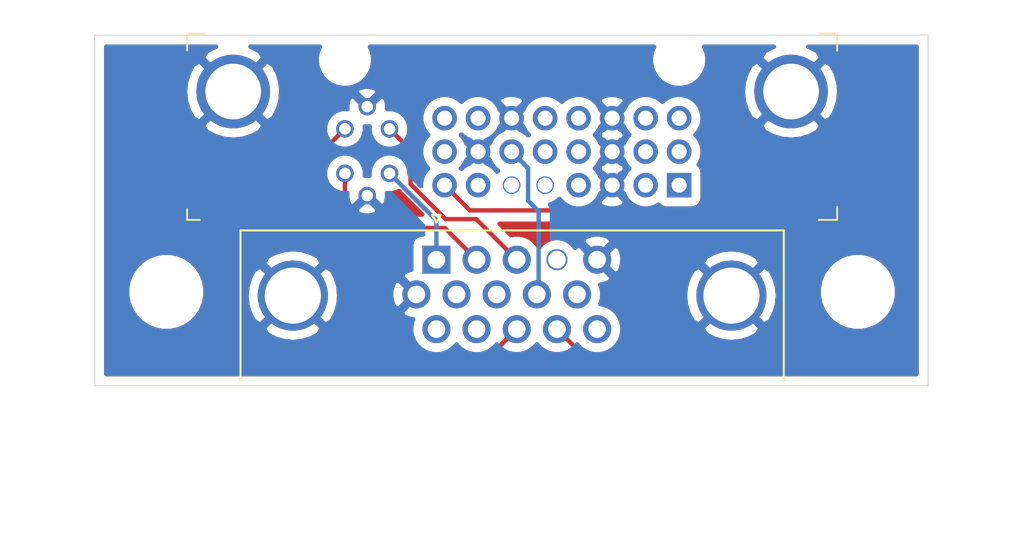
<source format=kicad_pcb>
(kicad_pcb (version 20171130) (host pcbnew "(5.1.2)-1")

  (general
    (thickness 1.6)
    (drawings 5)
    (tracks 33)
    (zones 0)
    (modules 4)
    (nets 29)
  )

  (page A4)
  (layers
    (0 F.Cu signal)
    (31 B.Cu signal)
    (32 B.Adhes user)
    (33 F.Adhes user)
    (34 B.Paste user)
    (35 F.Paste user)
    (36 B.SilkS user)
    (37 F.SilkS user)
    (38 B.Mask user)
    (39 F.Mask user)
    (40 Dwgs.User user)
    (41 Cmts.User user)
    (42 Eco1.User user)
    (43 Eco2.User user)
    (44 Edge.Cuts user)
    (45 Margin user)
    (46 B.CrtYd user)
    (47 F.CrtYd user)
    (48 B.Fab user)
    (49 F.Fab user)
  )

  (setup
    (last_trace_width 0.25)
    (user_trace_width 0.2)
    (trace_clearance 0.2)
    (zone_clearance 0.508)
    (zone_45_only no)
    (trace_min 0.2)
    (via_size 0.8)
    (via_drill 0.4)
    (via_min_size 0.4)
    (via_min_drill 0.3)
    (uvia_size 0.3)
    (uvia_drill 0.1)
    (uvias_allowed no)
    (uvia_min_size 0.2)
    (uvia_min_drill 0.1)
    (edge_width 0.05)
    (segment_width 0.2)
    (pcb_text_width 0.3)
    (pcb_text_size 1.5 1.5)
    (mod_edge_width 0.12)
    (mod_text_size 1 1)
    (mod_text_width 0.15)
    (pad_size 1.95 1.95)
    (pad_drill 1.95)
    (pad_to_mask_clearance 0.051)
    (solder_mask_min_width 0.25)
    (aux_axis_origin 0 0)
    (visible_elements FFFFFF7F)
    (pcbplotparams
      (layerselection 0x010f0_ffffffff)
      (usegerberextensions true)
      (usegerberattributes false)
      (usegerberadvancedattributes false)
      (creategerberjobfile false)
      (excludeedgelayer true)
      (linewidth 0.100000)
      (plotframeref false)
      (viasonmask false)
      (mode 1)
      (useauxorigin false)
      (hpglpennumber 1)
      (hpglpenspeed 20)
      (hpglpendiameter 15.000000)
      (psnegative false)
      (psa4output false)
      (plotreference true)
      (plotvalue true)
      (plotinvisibletext false)
      (padsonsilk false)
      (subtractmaskfromsilk false)
      (outputformat 1)
      (mirror false)
      (drillshape 0)
      (scaleselection 1)
      (outputdirectory "Gerbers/"))
  )

  (net 0 "")
  (net 1 RED)
  (net 2 GREEN)
  (net 3 BLUE)
  (net 4 "Net-(J1-Pad4)")
  (net 5 GND)
  (net 6 5V)
  (net 7 "Net-(J1-Pad11)")
  (net 8 "Net-(J1-Pad12)")
  (net 9 HSYNC)
  (net 10 VSYNC)
  (net 11 "Net-(J1-Pad15)")
  (net 12 "Net-(J2-Pad17)")
  (net 13 "Net-(J2-Pad18)")
  (net 14 "Net-(J2-Pad20)")
  (net 15 "Net-(J2-Pad21)")
  (net 16 "Net-(J2-Pad23)")
  (net 17 "Net-(J2-Pad24)")
  (net 18 "Net-(J2-Pad9)")
  (net 19 "Net-(J2-Pad10)")
  (net 20 "Net-(J2-Pad12)")
  (net 21 "Net-(J2-Pad13)")
  (net 22 "Net-(J2-Pad16)")
  (net 23 "Net-(J2-Pad1)")
  (net 24 "Net-(J2-Pad2)")
  (net 25 "Net-(J2-Pad4)")
  (net 26 "Net-(J2-Pad5)")
  (net 27 "Net-(J2-Pad6)")
  (net 28 "Net-(J2-Pad7)")

  (net_class Default "This is the default net class."
    (clearance 0.2)
    (trace_width 0.25)
    (via_dia 0.8)
    (via_drill 0.4)
    (uvia_dia 0.3)
    (uvia_drill 0.1)
    (add_net 5V)
    (add_net BLUE)
    (add_net GND)
    (add_net GREEN)
    (add_net HSYNC)
    (add_net "Net-(J1-Pad11)")
    (add_net "Net-(J1-Pad12)")
    (add_net "Net-(J1-Pad15)")
    (add_net "Net-(J1-Pad4)")
    (add_net "Net-(J2-Pad1)")
    (add_net "Net-(J2-Pad10)")
    (add_net "Net-(J2-Pad12)")
    (add_net "Net-(J2-Pad13)")
    (add_net "Net-(J2-Pad16)")
    (add_net "Net-(J2-Pad17)")
    (add_net "Net-(J2-Pad18)")
    (add_net "Net-(J2-Pad2)")
    (add_net "Net-(J2-Pad20)")
    (add_net "Net-(J2-Pad21)")
    (add_net "Net-(J2-Pad23)")
    (add_net "Net-(J2-Pad24)")
    (add_net "Net-(J2-Pad4)")
    (add_net "Net-(J2-Pad5)")
    (add_net "Net-(J2-Pad6)")
    (add_net "Net-(J2-Pad7)")
    (add_net "Net-(J2-Pad9)")
    (add_net RED)
    (add_net VSYNC)
  )

  (module digikey-footprints:DVI_Female_74320-9010 (layer F.Cu) (tedit 5CF89D59) (tstamp 5CF93AED)
    (at 186.69 109.22 180)
    (path /5CF8A1E6)
    (fp_text reference J2 (at 14.225 -8.35) (layer F.SilkS) hide
      (effects (font (size 1 1) (thickness 0.15)))
    )
    (fp_text value 74320-9010 (at 14.9 4.375) (layer F.Fab)
      (effects (font (size 1 1) (thickness 0.15)))
    )
    (fp_line (start -2.8 3.5) (end 34.6 3.5) (layer F.CrtYd) (width 0.05))
    (fp_line (start -2.8 3.5) (end -2.8 -7.5) (layer F.CrtYd) (width 0.05))
    (fp_line (start 34.6 3.5) (end 34.6 -7.5) (layer F.CrtYd) (width 0.05))
    (fp_line (start -2.8 -7.5) (end 34.6 -7.5) (layer F.CrtYd) (width 0.05))
    (fp_line (start 34.425 2.35) (end 34.425 3.3) (layer F.SilkS) (width 0.1))
    (fp_line (start 34.425 3.3) (end 33.4 3.3) (layer F.SilkS) (width 0.1))
    (fp_line (start -2.625 2.325) (end -2.625 3.3) (layer F.SilkS) (width 0.1))
    (fp_line (start -2.625 3.3) (end -1.6 3.3) (layer F.SilkS) (width 0.1))
    (fp_line (start -1.575 -7.325) (end -2.625 -7.325) (layer F.SilkS) (width 0.1))
    (fp_line (start -2.625 -7.325) (end -2.625 -6.575) (layer F.SilkS) (width 0.1))
    (fp_line (start 33.7 -7.325) (end 34.425 -7.325) (layer F.SilkS) (width 0.1))
    (fp_line (start 34.425 -7.325) (end 34.425 -6.7) (layer F.SilkS) (width 0.1))
    (fp_text user %R (at 14.375 1.475) (layer F.Fab)
      (effects (font (size 1 1) (thickness 0.15)))
    )
    (fp_line (start 34.315 -7.21) (end 34.315 3.18) (layer F.Fab) (width 0.1))
    (fp_line (start -2.515 -7.21) (end -2.515 3.18) (layer F.Fab) (width 0.1))
    (fp_line (start -2.515 -7.21) (end 34.315 -7.21) (layer F.Fab) (width 0.1))
    (fp_line (start -2.515 3.18) (end 34.315 3.18) (layer F.Fab) (width 0.1))
    (pad SH thru_hole circle (at 0 0 180) (size 4.2 4.2) (drill 3.175) (layers *.Cu *.Mask)
      (net 5 GND))
    (pad SH thru_hole circle (at 31.8 0 180) (size 4.2 4.2) (drill 3.175) (layers *.Cu *.Mask)
      (net 5 GND))
    (pad 17 thru_hole circle (at 6.38 -1.52 180) (size 1.4 1.4) (drill 0.86) (layers *.Cu *.Mask)
      (net 12 "Net-(J2-Pad17)"))
    (pad 18 thru_hole circle (at 8.29 -1.52 180) (size 1.4 1.4) (drill 0.86) (layers *.Cu *.Mask)
      (net 13 "Net-(J2-Pad18)"))
    (pad 19 thru_hole circle (at 10.2 -1.52 180) (size 1.4 1.4) (drill 0.86) (layers *.Cu *.Mask)
      (net 5 GND))
    (pad 20 thru_hole circle (at 12.11 -1.52 180) (size 1.4 1.4) (drill 0.86) (layers *.Cu *.Mask)
      (net 14 "Net-(J2-Pad20)"))
    (pad 21 thru_hole circle (at 14.02 -1.52 180) (size 1.4 1.4) (drill 0.86) (layers *.Cu *.Mask)
      (net 15 "Net-(J2-Pad21)"))
    (pad 22 thru_hole circle (at 15.93 -1.52 180) (size 1.4 1.4) (drill 0.86) (layers *.Cu *.Mask)
      (net 5 GND))
    (pad 23 thru_hole circle (at 17.84 -1.52 180) (size 1.4 1.4) (drill 0.86) (layers *.Cu *.Mask)
      (net 16 "Net-(J2-Pad23)"))
    (pad 24 thru_hole circle (at 19.75 -1.52 180) (size 1.4 1.4) (drill 0.86) (layers *.Cu *.Mask)
      (net 17 "Net-(J2-Pad24)"))
    (pad 9 thru_hole circle (at 6.38 -3.43 180) (size 1.4 1.4) (drill 0.86) (layers *.Cu *.Mask)
      (net 18 "Net-(J2-Pad9)"))
    (pad 10 thru_hole circle (at 8.29 -3.43 180) (size 1.4 1.4) (drill 0.86) (layers *.Cu *.Mask)
      (net 19 "Net-(J2-Pad10)"))
    (pad 11 thru_hole circle (at 10.2 -3.43 180) (size 1.4 1.4) (drill 0.86) (layers *.Cu *.Mask)
      (net 5 GND))
    (pad 12 thru_hole circle (at 12.11 -3.43 180) (size 1.4 1.4) (drill 0.86) (layers *.Cu *.Mask)
      (net 20 "Net-(J2-Pad12)"))
    (pad 13 thru_hole circle (at 14.02 -3.43 180) (size 1.4 1.4) (drill 0.86) (layers *.Cu *.Mask)
      (net 21 "Net-(J2-Pad13)"))
    (pad 14 thru_hole circle (at 15.93 -3.43 180) (size 1.4 1.4) (drill 0.86) (layers *.Cu *.Mask)
      (net 6 5V))
    (pad 15 thru_hole circle (at 17.84 -3.43 180) (size 1.4 1.4) (drill 0.86) (layers *.Cu *.Mask)
      (net 5 GND))
    (pad 16 thru_hole circle (at 19.75 -3.43 180) (size 1.4 1.4) (drill 0.86) (layers *.Cu *.Mask)
      (net 22 "Net-(J2-Pad16)"))
    (pad 1 thru_hole rect (at 6.38 -5.34 180) (size 1.4 1.4) (drill 0.86) (layers *.Cu *.Mask)
      (net 23 "Net-(J2-Pad1)"))
    (pad 2 thru_hole circle (at 8.29 -5.34 180) (size 1.4 1.4) (drill 0.86) (layers *.Cu *.Mask)
      (net 24 "Net-(J2-Pad2)"))
    (pad 3 thru_hole circle (at 10.2 -5.34 180) (size 1.4 1.4) (drill 0.86) (layers *.Cu *.Mask)
      (net 5 GND))
    (pad 4 thru_hole circle (at 12.11 -5.34 180) (size 1.4 1.4) (drill 0.86) (layers *.Cu *.Mask)
      (net 25 "Net-(J2-Pad4)"))
    (pad 5 thru_hole circle (at 14.02 -5.34 180) (size 1 1) (drill 0.86) (layers *.Cu *.Mask)
      (net 26 "Net-(J2-Pad5)"))
    (pad 6 thru_hole circle (at 15.93 -5.34 180) (size 1 1) (drill 0.86) (layers *.Cu *.Mask)
      (net 27 "Net-(J2-Pad6)"))
    (pad 7 thru_hole circle (at 17.84 -5.34 180) (size 1.4 1.4) (drill 0.86) (layers *.Cu *.Mask)
      (net 28 "Net-(J2-Pad7)"))
    (pad 8 thru_hole circle (at 19.75 -5.34 180) (size 1.4 1.4) (drill 0.86) (layers *.Cu *.Mask)
      (net 10 VSYNC))
    (pad C3 thru_hole circle (at 22.89 -2.13 180) (size 1 1) (drill 0.66) (layers *.Cu *.Mask)
      (net 3 BLUE))
    (pad C4 thru_hole circle (at 25.43 -2.13 180) (size 1 1) (drill 0.66) (layers *.Cu *.Mask)
      (net 9 HSYNC))
    (pad C5 thru_hole circle (at 24.16 -0.86 180) (size 1 1) (drill 0.66) (layers *.Cu *.Mask)
      (net 5 GND))
    (pad C1 thru_hole circle (at 22.89 -4.67 180) (size 1 1) (drill 0.66) (layers *.Cu *.Mask)
      (net 1 RED))
    (pad C2 thru_hole circle (at 25.43 -4.67 180) (size 1 1) (drill 0.66) (layers *.Cu *.Mask)
      (net 2 GREEN))
    (pad C5 thru_hole circle (at 24.16 -5.94 180) (size 1 1) (drill 0.66) (layers *.Cu *.Mask)
      (net 5 GND))
    (pad "" np_thru_hole circle (at 25.43 1.81 180) (size 1.95 1.95) (drill 1.95) (layers *.Cu *.Mask))
    (pad "" np_thru_hole circle (at 6.38 1.81 180) (size 1.95 1.95) (drill 1.95) (layers *.Cu *.Mask))
    (model "C:/Users/Tinkerplunk/Documents/KiCAD/3D Models/743209010.stp"
      (offset (xyz 16 -3.75 5))
      (scale (xyz 1 1 1))
      (rotate (xyz -90 0 0))
    )
  )

  (module MountingHole:MountingHole_3.2mm_M3 (layer F.Cu) (tedit 5CF898A5) (tstamp 5CF944D4)
    (at 151.08 120.65)
    (descr "Mounting Hole 3.2mm, no annular, M3")
    (tags "mounting hole 3.2mm no annular m3")
    (attr virtual)
    (fp_text reference REF** (at 0 -4.2) (layer F.SilkS) hide
      (effects (font (size 1 1) (thickness 0.15)))
    )
    (fp_text value MountingHole_3.2mm_M3 (at 0 4.2) (layer F.Fab)
      (effects (font (size 1 1) (thickness 0.15)))
    )
    (fp_text user %R (at 0.3 0) (layer F.Fab)
      (effects (font (size 1 1) (thickness 0.15)))
    )
    (fp_circle (center 0 0) (end 3.2 0) (layer Cmts.User) (width 0.15))
    (fp_circle (center 0 0) (end 3.45 0) (layer F.CrtYd) (width 0.05))
    (pad "" np_thru_hole circle (at 0 0) (size 3.2 3.2) (drill 3.2) (layers *.Cu *.Mask))
  )

  (module MountingHole:MountingHole_3.2mm_M3 (layer F.Cu) (tedit 5CF898A5) (tstamp 5CF94429)
    (at 190.5 120.65)
    (descr "Mounting Hole 3.2mm, no annular, M3")
    (tags "mounting hole 3.2mm no annular m3")
    (attr virtual)
    (fp_text reference REF** (at 0 -4.2) (layer F.SilkS) hide
      (effects (font (size 1 1) (thickness 0.15)))
    )
    (fp_text value MountingHole_3.2mm_M3 (at 0 4.2) (layer F.Fab)
      (effects (font (size 1 1) (thickness 0.15)))
    )
    (fp_circle (center 0 0) (end 3.45 0) (layer F.CrtYd) (width 0.05))
    (fp_circle (center 0 0) (end 3.2 0) (layer Cmts.User) (width 0.15))
    (fp_text user %R (at 0.3 0) (layer F.Fab)
      (effects (font (size 1 1) (thickness 0.15)))
    )
    (pad "" np_thru_hole circle (at 0 0) (size 3.2 3.2) (drill 3.2) (layers *.Cu *.Mask))
  )

  (module Connector_Dsub:DSUB-15-HD_Male_Horizontal_P2.29x1.98mm_EdgePinOffset3.03mm_Housed_MountingHolesOffset4.94mm (layer F.Cu) (tedit 5CF89A94) (tstamp 5CF93AB8)
    (at 166.475 118.814339)
    (descr "15-pin D-Sub connector, horizontal/angled (90 deg), THT-mount, male, pitch 2.29x1.98mm, pin-PCB-offset 3.0300000000000002mm, distance of mounting holes 25mm, distance of mounting holes to PCB edge 4.9399999999999995mm, see https://disti-assets.s3.amazonaws.com/tonar/files/datasheets/16730.pdf")
    (tags "15-pin D-Sub connector horizontal angled 90deg THT male pitch 2.29x1.98mm pin-PCB-offset 3.0300000000000002mm mounting-holes-distance 25mm mounting-hole-offset 25mm")
    (path /5CF89420)
    (fp_text reference J1 (at 4.315 -2.61) (layer F.SilkS) hide
      (effects (font (size 1 1) (thickness 0.15)))
    )
    (fp_text value DB15_Male_HighDensity (at 4.315 14.89) (layer F.Fab)
      (effects (font (size 1 1) (thickness 0.15)))
    )
    (fp_arc (start -8.185 2.05) (end -9.785 2.05) (angle 180) (layer F.Fab) (width 0.1))
    (fp_arc (start 16.815 2.05) (end 15.215 2.05) (angle 180) (layer F.Fab) (width 0.1))
    (fp_line (start -11.11 -1.61) (end -11.11 6.99) (layer F.Fab) (width 0.1))
    (fp_line (start -11.11 6.99) (end 19.74 6.99) (layer F.Fab) (width 0.1))
    (fp_line (start 19.74 6.99) (end 19.74 -1.61) (layer F.Fab) (width 0.1))
    (fp_line (start 19.74 -1.61) (end -11.11 -1.61) (layer F.Fab) (width 0.1))
    (fp_line (start -11.11 6.99) (end -11.11 7.39) (layer F.Fab) (width 0.1))
    (fp_line (start -11.11 7.39) (end 19.74 7.39) (layer F.Fab) (width 0.1))
    (fp_line (start 19.74 7.39) (end 19.74 6.99) (layer F.Fab) (width 0.1))
    (fp_line (start 19.74 6.99) (end -11.11 6.99) (layer F.Fab) (width 0.1))
    (fp_line (start -3.835 7.39) (end -3.835 13.39) (layer F.Fab) (width 0.1))
    (fp_line (start -3.835 13.39) (end 12.465 13.39) (layer F.Fab) (width 0.1))
    (fp_line (start 12.465 13.39) (end 12.465 7.39) (layer F.Fab) (width 0.1))
    (fp_line (start 12.465 7.39) (end -3.835 7.39) (layer F.Fab) (width 0.1))
    (fp_line (start -10.685 7.39) (end -10.685 12.39) (layer F.Fab) (width 0.1))
    (fp_line (start -10.685 12.39) (end -5.685 12.39) (layer F.Fab) (width 0.1))
    (fp_line (start -5.685 12.39) (end -5.685 7.39) (layer F.Fab) (width 0.1))
    (fp_line (start -5.685 7.39) (end -10.685 7.39) (layer F.Fab) (width 0.1))
    (fp_line (start 14.315 7.39) (end 14.315 12.39) (layer F.Fab) (width 0.1))
    (fp_line (start 14.315 12.39) (end 19.315 12.39) (layer F.Fab) (width 0.1))
    (fp_line (start 19.315 12.39) (end 19.315 7.39) (layer F.Fab) (width 0.1))
    (fp_line (start 19.315 7.39) (end 14.315 7.39) (layer F.Fab) (width 0.1))
    (fp_line (start -9.785 6.99) (end -9.785 2.05) (layer F.Fab) (width 0.1))
    (fp_line (start -6.585 6.99) (end -6.585 2.05) (layer F.Fab) (width 0.1))
    (fp_line (start 15.215 6.99) (end 15.215 2.05) (layer F.Fab) (width 0.1))
    (fp_line (start 18.415 6.99) (end 18.415 2.05) (layer F.Fab) (width 0.1))
    (fp_line (start -11.17 6.93) (end -11.17 -1.67) (layer F.SilkS) (width 0.12))
    (fp_line (start -11.17 -1.67) (end 19.8 -1.67) (layer F.SilkS) (width 0.12))
    (fp_line (start 19.8 -1.67) (end 19.8 6.93) (layer F.SilkS) (width 0.12))
    (fp_line (start -0.25 -2.564338) (end 0.25 -2.564338) (layer F.SilkS) (width 0.12))
    (fp_line (start 0.25 -2.564338) (end 0 -2.131325) (layer F.SilkS) (width 0.12))
    (fp_line (start 0 -2.131325) (end -0.25 -2.564338) (layer F.SilkS) (width 0.12))
    (fp_line (start -11.65 -2.15) (end -11.65 13.9) (layer F.CrtYd) (width 0.05))
    (fp_line (start -11.65 13.9) (end 20.25 13.9) (layer F.CrtYd) (width 0.05))
    (fp_line (start 20.25 13.9) (end 20.25 -2.15) (layer F.CrtYd) (width 0.05))
    (fp_line (start 20.25 -2.15) (end -11.65 -2.15) (layer F.CrtYd) (width 0.05))
    (fp_text user %R (at 4.315 10.39) (layer F.Fab)
      (effects (font (size 1 1) (thickness 0.15)))
    )
    (pad 1 thru_hole rect (at 0 0) (size 1.6 1.6) (drill 1) (layers *.Cu *.Mask)
      (net 1 RED))
    (pad 2 thru_hole circle (at 2.29 0) (size 1.6 1.6) (drill 1) (layers *.Cu *.Mask)
      (net 2 GREEN))
    (pad 3 thru_hole circle (at 4.58 0) (size 1.6 1.6) (drill 1) (layers *.Cu *.Mask)
      (net 3 BLUE))
    (pad 4 thru_hole circle (at 6.87 0) (size 1.2 1.2) (drill 1) (layers *.Cu *.Mask)
      (net 4 "Net-(J1-Pad4)"))
    (pad 5 thru_hole circle (at 9.16 0) (size 1.6 1.6) (drill 1) (layers *.Cu *.Mask)
      (net 5 GND))
    (pad 6 thru_hole circle (at -1.145 1.98) (size 1.6 1.6) (drill 1) (layers *.Cu *.Mask)
      (net 5 GND))
    (pad 7 thru_hole circle (at 1.145 1.98) (size 1.6 1.6) (drill 1) (layers *.Cu *.Mask)
      (net 5 GND))
    (pad 8 thru_hole circle (at 3.435 1.98) (size 1.6 1.6) (drill 1) (layers *.Cu *.Mask)
      (net 5 GND))
    (pad 9 thru_hole circle (at 5.725 1.98) (size 1.6 1.6) (drill 1) (layers *.Cu *.Mask)
      (net 6 5V))
    (pad 10 thru_hole circle (at 8.015 1.98) (size 1.6 1.6) (drill 1) (layers *.Cu *.Mask)
      (net 5 GND))
    (pad 11 thru_hole circle (at 0 3.96) (size 1.6 1.6) (drill 1) (layers *.Cu *.Mask)
      (net 7 "Net-(J1-Pad11)"))
    (pad 12 thru_hole circle (at 2.29 3.96) (size 1.6 1.6) (drill 1) (layers *.Cu *.Mask)
      (net 8 "Net-(J1-Pad12)"))
    (pad 13 thru_hole circle (at 4.58 3.96) (size 1.6 1.6) (drill 1) (layers *.Cu *.Mask)
      (net 9 HSYNC))
    (pad 14 thru_hole circle (at 6.87 3.96) (size 1.6 1.6) (drill 1) (layers *.Cu *.Mask)
      (net 10 VSYNC))
    (pad 15 thru_hole circle (at 9.16 3.96) (size 1.6 1.6) (drill 1) (layers *.Cu *.Mask)
      (net 11 "Net-(J1-Pad15)"))
    (pad 0 thru_hole circle (at -8.185 2.05) (size 4 4) (drill 3.2) (layers *.Cu *.Mask)
      (net 5 GND))
    (pad 0 thru_hole circle (at 16.815 2.05) (size 4 4) (drill 3.2) (layers *.Cu *.Mask)
      (net 5 GND))
    (model ${KISYS3DMOD}/Connector_Dsub.3dshapes/DSUB-15-HD_Male_Horizontal_P2.29x1.98mm_EdgePinOffset3.03mm_Housed_MountingHolesOffset4.94mm.wrl
      (at (xyz 0 0 0))
      (scale (xyz 1 1 1))
      (rotate (xyz 0 0 0))
    )
  )

  (gr_line (start 194.5 106) (end 194.5 120.5) (layer Edge.Cuts) (width 0.05) (tstamp 5CF944E2))
  (gr_line (start 147 106) (end 194.5 106) (layer Edge.Cuts) (width 0.05))
  (gr_line (start 147 126) (end 147 106) (layer Edge.Cuts) (width 0.05))
  (gr_line (start 194.5 126) (end 147 126) (layer Edge.Cuts) (width 0.05))
  (gr_line (start 194.5 120.5) (end 194.5 126) (layer Edge.Cuts) (width 0.05))

  (segment (start 166.475 116.565) (end 163.8 113.89) (width 0.25) (layer B.Cu) (net 1))
  (segment (start 166.475 118.814339) (end 166.475 116.565) (width 0.25) (layer B.Cu) (net 1))
  (segment (start 161.26 114.597106) (end 161.26 113.89) (width 0.25) (layer F.Cu) (net 2))
  (segment (start 161.26 115.76) (end 161.26 114.597106) (width 0.25) (layer F.Cu) (net 2))
  (segment (start 162.5 117) (end 161.26 115.76) (width 0.25) (layer F.Cu) (net 2))
  (segment (start 168.765 118.814339) (end 166.950661 117) (width 0.25) (layer F.Cu) (net 2))
  (segment (start 166.950661 117) (end 162.5 117) (width 0.25) (layer F.Cu) (net 2))
  (segment (start 164.299999 111.849999) (end 163.8 111.35) (width 0.25) (layer F.Cu) (net 3))
  (segment (start 165 112.55) (end 164.299999 111.849999) (width 0.25) (layer F.Cu) (net 3))
  (segment (start 165 114.5) (end 165 112.55) (width 0.25) (layer F.Cu) (net 3))
  (segment (start 167 116.5) (end 165 114.5) (width 0.25) (layer F.Cu) (net 3))
  (segment (start 171.055 118.814339) (end 168.740661 116.5) (width 0.25) (layer F.Cu) (net 3))
  (segment (start 168.740661 116.5) (end 167 116.5) (width 0.25) (layer F.Cu) (net 3))
  (segment (start 171.459999 113.349999) (end 170.76 112.65) (width 0.25) (layer B.Cu) (net 6))
  (segment (start 171.7 113.59) (end 171.459999 113.349999) (width 0.25) (layer B.Cu) (net 6))
  (segment (start 171.7 115.45) (end 171.7 113.59) (width 0.25) (layer B.Cu) (net 6))
  (segment (start 172.3 116.05) (end 171.7 115.45) (width 0.25) (layer B.Cu) (net 6))
  (segment (start 172.2 120.794339) (end 172.3 120.694339) (width 0.25) (layer B.Cu) (net 6))
  (segment (start 172.3 120.694339) (end 172.3 116.05) (width 0.25) (layer B.Cu) (net 6))
  (segment (start 160.760001 111.849999) (end 161.26 111.35) (width 0.25) (layer F.Cu) (net 9))
  (segment (start 160 112.61) (end 160.760001 111.849999) (width 0.25) (layer F.Cu) (net 9))
  (segment (start 160 118.5) (end 160 112.61) (width 0.25) (layer F.Cu) (net 9))
  (segment (start 166 124.5) (end 160 118.5) (width 0.25) (layer F.Cu) (net 9))
  (segment (start 171.055 122.774339) (end 169.329339 124.5) (width 0.25) (layer F.Cu) (net 9))
  (segment (start 169.329339 124.5) (end 166 124.5) (width 0.25) (layer F.Cu) (net 9))
  (segment (start 167.639999 115.259999) (end 166.94 114.56) (width 0.25) (layer F.Cu) (net 10))
  (segment (start 168.38 116) (end 167.639999 115.259999) (width 0.25) (layer F.Cu) (net 10))
  (segment (start 174.820661 124.25) (end 176.25 124.25) (width 0.25) (layer F.Cu) (net 10))
  (segment (start 173.345 122.774339) (end 174.820661 124.25) (width 0.25) (layer F.Cu) (net 10))
  (segment (start 177.25 123.25) (end 177.25 118.5) (width 0.25) (layer F.Cu) (net 10))
  (segment (start 177.25 118.5) (end 174.75 116) (width 0.25) (layer F.Cu) (net 10))
  (segment (start 176.25 124.25) (end 177.25 123.25) (width 0.25) (layer F.Cu) (net 10))
  (segment (start 174.75 116) (end 168.38 116) (width 0.25) (layer F.Cu) (net 10))

  (zone (net 5) (net_name GND) (layer F.Cu) (tstamp 5CF94FF3) (hatch edge 0.508)
    (connect_pads (clearance 0.508))
    (min_thickness 0.254)
    (fill yes (arc_segments 32) (thermal_gap 0.508) (thermal_bridge_width 0.508))
    (polygon
      (pts
        (xy 146.9 105.9) (xy 194.6 105.9) (xy 194.6 126.1) (xy 146.9 126.1)
      )
    )
    (filled_polygon
      (pts
        (xy 153.820655 106.688343) (xy 153.379099 106.924359) (xy 153.150965 107.30136) (xy 154.89 109.040395) (xy 156.629035 107.30136)
        (xy 156.400901 106.924359) (xy 155.924011 106.673708) (xy 155.877664 106.66) (xy 159.828009 106.66) (xy 159.711871 106.94038)
        (xy 159.65 107.251429) (xy 159.65 107.568571) (xy 159.711871 107.87962) (xy 159.833237 108.172621) (xy 160.009431 108.436315)
        (xy 160.233685 108.660569) (xy 160.497379 108.836763) (xy 160.79038 108.958129) (xy 161.101429 109.02) (xy 161.418571 109.02)
        (xy 161.72962 108.958129) (xy 162.022621 108.836763) (xy 162.286315 108.660569) (xy 162.510569 108.436315) (xy 162.686763 108.172621)
        (xy 162.808129 107.87962) (xy 162.87 107.568571) (xy 162.87 107.251429) (xy 162.808129 106.94038) (xy 162.691991 106.66)
        (xy 178.878009 106.66) (xy 178.761871 106.94038) (xy 178.7 107.251429) (xy 178.7 107.568571) (xy 178.761871 107.87962)
        (xy 178.883237 108.172621) (xy 179.059431 108.436315) (xy 179.283685 108.660569) (xy 179.547379 108.836763) (xy 179.84038 108.958129)
        (xy 180.151429 109.02) (xy 180.468571 109.02) (xy 180.77962 108.958129) (xy 181.072621 108.836763) (xy 181.336315 108.660569)
        (xy 181.560569 108.436315) (xy 181.736763 108.172621) (xy 181.858129 107.87962) (xy 181.92 107.568571) (xy 181.92 107.251429)
        (xy 181.858129 106.94038) (xy 181.741991 106.66) (xy 185.711801 106.66) (xy 185.620655 106.688343) (xy 185.179099 106.924359)
        (xy 184.950965 107.30136) (xy 186.69 109.040395) (xy 188.429035 107.30136) (xy 188.200901 106.924359) (xy 187.724011 106.673708)
        (xy 187.677664 106.66) (xy 193.84 106.66) (xy 193.840001 120.467572) (xy 193.84 120.467582) (xy 193.840001 125.34)
        (xy 147.66 125.34) (xy 147.66 120.429872) (xy 148.845 120.429872) (xy 148.845 120.870128) (xy 148.93089 121.301925)
        (xy 149.099369 121.708669) (xy 149.343962 122.074729) (xy 149.655271 122.386038) (xy 150.021331 122.630631) (xy 150.428075 122.79911)
        (xy 150.859872 122.885) (xy 151.300128 122.885) (xy 151.731925 122.79911) (xy 151.942618 122.711838) (xy 156.622106 122.711838)
        (xy 156.838228 123.078597) (xy 157.298105 123.319277) (xy 157.796098 123.465614) (xy 158.313071 123.511987) (xy 158.829159 123.456612)
        (xy 159.324526 123.301618) (xy 159.741772 123.078597) (xy 159.957894 122.711838) (xy 158.29 121.043944) (xy 156.622106 122.711838)
        (xy 151.942618 122.711838) (xy 152.138669 122.630631) (xy 152.504729 122.386038) (xy 152.816038 122.074729) (xy 153.060631 121.708669)
        (xy 153.22911 121.301925) (xy 153.311562 120.88741) (xy 155.642352 120.88741) (xy 155.697727 121.403498) (xy 155.852721 121.898865)
        (xy 156.075742 122.316111) (xy 156.442501 122.532233) (xy 158.110395 120.864339) (xy 156.442501 119.196445) (xy 156.075742 119.412567)
        (xy 155.835062 119.872444) (xy 155.688725 120.370437) (xy 155.642352 120.88741) (xy 153.311562 120.88741) (xy 153.315 120.870128)
        (xy 153.315 120.429872) (xy 153.22911 119.998075) (xy 153.060631 119.591331) (xy 152.816038 119.225271) (xy 152.607607 119.01684)
        (xy 156.622106 119.01684) (xy 158.29 120.684734) (xy 158.304143 120.670592) (xy 158.483748 120.850197) (xy 158.469605 120.864339)
        (xy 160.137499 122.532233) (xy 160.504258 122.316111) (xy 160.744938 121.856234) (xy 160.891275 121.358241) (xy 160.937648 120.841268)
        (xy 160.898126 120.472927) (xy 165.436205 125.011008) (xy 165.459999 125.040001) (xy 165.488992 125.063795) (xy 165.488996 125.063799)
        (xy 165.559685 125.121811) (xy 165.575724 125.134974) (xy 165.707753 125.205546) (xy 165.851014 125.249003) (xy 165.962667 125.26)
        (xy 165.962676 125.26) (xy 165.999999 125.263676) (xy 166.037322 125.26) (xy 169.292017 125.26) (xy 169.329339 125.263676)
        (xy 169.366661 125.26) (xy 169.366672 125.26) (xy 169.478325 125.249003) (xy 169.621586 125.205546) (xy 169.753615 125.134974)
        (xy 169.86934 125.040001) (xy 169.893143 125.010997) (xy 170.731114 124.173027) (xy 170.913665 124.209339) (xy 171.196335 124.209339)
        (xy 171.473574 124.154192) (xy 171.734727 124.046019) (xy 171.969759 123.888976) (xy 172.169637 123.689098) (xy 172.2 123.643656)
        (xy 172.230363 123.689098) (xy 172.430241 123.888976) (xy 172.665273 124.046019) (xy 172.926426 124.154192) (xy 173.203665 124.209339)
        (xy 173.486335 124.209339) (xy 173.668886 124.173027) (xy 174.256862 124.761003) (xy 174.28066 124.790001) (xy 174.396385 124.884974)
        (xy 174.528414 124.955546) (xy 174.671675 124.999003) (xy 174.783328 125.01) (xy 174.783338 125.01) (xy 174.820661 125.013676)
        (xy 174.857984 125.01) (xy 176.212678 125.01) (xy 176.25 125.013676) (xy 176.287322 125.01) (xy 176.287333 125.01)
        (xy 176.398986 124.999003) (xy 176.542247 124.955546) (xy 176.674276 124.884974) (xy 176.790001 124.790001) (xy 176.813804 124.760998)
        (xy 177.761004 123.813798) (xy 177.790001 123.790001) (xy 177.884974 123.674276) (xy 177.955546 123.542247) (xy 177.999003 123.398986)
        (xy 178.01 123.287333) (xy 178.01 123.287332) (xy 178.013677 123.25) (xy 178.01 123.212667) (xy 178.01 122.711838)
        (xy 181.622106 122.711838) (xy 181.838228 123.078597) (xy 182.298105 123.319277) (xy 182.796098 123.465614) (xy 183.313071 123.511987)
        (xy 183.829159 123.456612) (xy 184.324526 123.301618) (xy 184.741772 123.078597) (xy 184.957894 122.711838) (xy 183.29 121.043944)
        (xy 181.622106 122.711838) (xy 178.01 122.711838) (xy 178.01 120.88741) (xy 180.642352 120.88741) (xy 180.697727 121.403498)
        (xy 180.852721 121.898865) (xy 181.075742 122.316111) (xy 181.442501 122.532233) (xy 183.110395 120.864339) (xy 183.469605 120.864339)
        (xy 185.137499 122.532233) (xy 185.504258 122.316111) (xy 185.744938 121.856234) (xy 185.891275 121.358241) (xy 185.937648 120.841268)
        (xy 185.893507 120.429872) (xy 188.265 120.429872) (xy 188.265 120.870128) (xy 188.35089 121.301925) (xy 188.519369 121.708669)
        (xy 188.763962 122.074729) (xy 189.075271 122.386038) (xy 189.441331 122.630631) (xy 189.848075 122.79911) (xy 190.279872 122.885)
        (xy 190.720128 122.885) (xy 191.151925 122.79911) (xy 191.558669 122.630631) (xy 191.924729 122.386038) (xy 192.236038 122.074729)
        (xy 192.480631 121.708669) (xy 192.64911 121.301925) (xy 192.735 120.870128) (xy 192.735 120.429872) (xy 192.64911 119.998075)
        (xy 192.480631 119.591331) (xy 192.236038 119.225271) (xy 191.924729 118.913962) (xy 191.558669 118.669369) (xy 191.151925 118.50089)
        (xy 190.720128 118.415) (xy 190.279872 118.415) (xy 189.848075 118.50089) (xy 189.441331 118.669369) (xy 189.075271 118.913962)
        (xy 188.763962 119.225271) (xy 188.519369 119.591331) (xy 188.35089 119.998075) (xy 188.265 120.429872) (xy 185.893507 120.429872)
        (xy 185.882273 120.32518) (xy 185.727279 119.829813) (xy 185.504258 119.412567) (xy 185.137499 119.196445) (xy 183.469605 120.864339)
        (xy 183.110395 120.864339) (xy 181.442501 119.196445) (xy 181.075742 119.412567) (xy 180.835062 119.872444) (xy 180.688725 120.370437)
        (xy 180.642352 120.88741) (xy 178.01 120.88741) (xy 178.01 119.01684) (xy 181.622106 119.01684) (xy 183.29 120.684734)
        (xy 184.957894 119.01684) (xy 184.741772 118.650081) (xy 184.281895 118.409401) (xy 183.783902 118.263064) (xy 183.266929 118.216691)
        (xy 182.750841 118.272066) (xy 182.255474 118.42706) (xy 181.838228 118.650081) (xy 181.622106 119.01684) (xy 178.01 119.01684)
        (xy 178.01 118.537323) (xy 178.013676 118.5) (xy 178.01 118.462677) (xy 178.01 118.462667) (xy 177.999003 118.351014)
        (xy 177.955546 118.207753) (xy 177.916451 118.134612) (xy 177.884974 118.075723) (xy 177.813799 117.988997) (xy 177.790001 117.959999)
        (xy 177.761003 117.936201) (xy 175.425468 115.600667) (xy 175.431013 115.596962) (xy 175.546706 115.481269) (xy 175.748336 115.481269)
        (xy 175.807797 115.715037) (xy 176.046242 115.825934) (xy 176.30174 115.888183) (xy 176.564473 115.89939) (xy 176.824344 115.859125)
        (xy 177.071366 115.768935) (xy 177.172203 115.715037) (xy 177.231664 115.481269) (xy 176.49 114.739605) (xy 175.748336 115.481269)
        (xy 175.546706 115.481269) (xy 175.616962 115.411013) (xy 175.763061 115.192359) (xy 175.823183 115.047212) (xy 176.310395 114.56)
        (xy 175.823183 114.072788) (xy 175.763061 113.927641) (xy 175.616962 113.708987) (xy 175.512975 113.605) (xy 175.546706 113.571269)
        (xy 175.748336 113.571269) (xy 175.756916 113.605) (xy 175.748336 113.638731) (xy 175.771349 113.661744) (xy 175.807797 113.805037)
        (xy 176.007539 113.897934) (xy 176.49 114.380395) (xy 176.97701 113.893385) (xy 177.071366 113.858935) (xy 177.172203 113.805037)
        (xy 177.208651 113.661744) (xy 177.231664 113.638731) (xy 177.223084 113.605) (xy 177.231664 113.571269) (xy 177.208651 113.548256)
        (xy 177.172203 113.404963) (xy 176.972461 113.312066) (xy 176.49 112.829605) (xy 176.00299 113.316615) (xy 175.908634 113.351065)
        (xy 175.807797 113.404963) (xy 175.771349 113.548256) (xy 175.748336 113.571269) (xy 175.546706 113.571269) (xy 175.616962 113.501013)
        (xy 175.763061 113.282359) (xy 175.823183 113.137212) (xy 176.310395 112.65) (xy 175.823183 112.162788) (xy 175.763061 112.017641)
        (xy 175.616962 111.798987) (xy 175.512975 111.695) (xy 175.546706 111.661269) (xy 175.748336 111.661269) (xy 175.756916 111.695)
        (xy 175.748336 111.728731) (xy 175.771349 111.751744) (xy 175.807797 111.895037) (xy 176.007539 111.987934) (xy 176.49 112.470395)
        (xy 176.97701 111.983385) (xy 177.071366 111.948935) (xy 177.172203 111.895037) (xy 177.208651 111.751744) (xy 177.231664 111.728731)
        (xy 177.223084 111.695) (xy 177.231664 111.661269) (xy 177.208651 111.638256) (xy 177.172203 111.494963) (xy 176.972461 111.402066)
        (xy 176.49 110.919605) (xy 176.00299 111.406615) (xy 175.908634 111.441065) (xy 175.807797 111.494963) (xy 175.771349 111.638256)
        (xy 175.748336 111.661269) (xy 175.546706 111.661269) (xy 175.616962 111.591013) (xy 175.763061 111.372359) (xy 175.823183 111.227212)
        (xy 176.310395 110.74) (xy 176.669605 110.74) (xy 177.156817 111.227212) (xy 177.216939 111.372359) (xy 177.363038 111.591013)
        (xy 177.467025 111.695) (xy 177.363038 111.798987) (xy 177.216939 112.017641) (xy 177.156817 112.162788) (xy 176.669605 112.65)
        (xy 177.156817 113.137212) (xy 177.216939 113.282359) (xy 177.363038 113.501013) (xy 177.467025 113.605) (xy 177.363038 113.708987)
        (xy 177.216939 113.927641) (xy 177.156817 114.072788) (xy 176.669605 114.56) (xy 177.156817 115.047212) (xy 177.216939 115.192359)
        (xy 177.363038 115.411013) (xy 177.548987 115.596962) (xy 177.767641 115.743061) (xy 178.010595 115.843696) (xy 178.268514 115.895)
        (xy 178.531486 115.895) (xy 178.789405 115.843696) (xy 179.032359 115.743061) (xy 179.130925 115.677201) (xy 179.158815 115.711185)
        (xy 179.255506 115.790537) (xy 179.36582 115.849502) (xy 179.485518 115.885812) (xy 179.61 115.898072) (xy 181.01 115.898072)
        (xy 181.134482 115.885812) (xy 181.25418 115.849502) (xy 181.364494 115.790537) (xy 181.461185 115.711185) (xy 181.540537 115.614494)
        (xy 181.599502 115.50418) (xy 181.635812 115.384482) (xy 181.648072 115.26) (xy 181.648072 113.86) (xy 181.635812 113.735518)
        (xy 181.599502 113.61582) (xy 181.540537 113.505506) (xy 181.461185 113.408815) (xy 181.427201 113.380925) (xy 181.493061 113.282359)
        (xy 181.593696 113.039405) (xy 181.645 112.781486) (xy 181.645 112.518514) (xy 181.593696 112.260595) (xy 181.493061 112.017641)
        (xy 181.346962 111.798987) (xy 181.242975 111.695) (xy 181.346962 111.591013) (xy 181.493061 111.372359) (xy 181.58987 111.13864)
        (xy 184.950965 111.13864) (xy 185.179099 111.515641) (xy 185.655989 111.766292) (xy 186.172614 111.919092) (xy 186.709122 111.968167)
        (xy 187.244896 111.911631) (xy 187.759345 111.751657) (xy 188.200901 111.515641) (xy 188.429035 111.13864) (xy 186.69 109.399605)
        (xy 184.950965 111.13864) (xy 181.58987 111.13864) (xy 181.593696 111.129405) (xy 181.645 110.871486) (xy 181.645 110.608514)
        (xy 181.593696 110.350595) (xy 181.493061 110.107641) (xy 181.346962 109.888987) (xy 181.161013 109.703038) (xy 180.942359 109.556939)
        (xy 180.699405 109.456304) (xy 180.441486 109.405) (xy 180.178514 109.405) (xy 179.920595 109.456304) (xy 179.677641 109.556939)
        (xy 179.458987 109.703038) (xy 179.355 109.807025) (xy 179.251013 109.703038) (xy 179.032359 109.556939) (xy 178.789405 109.456304)
        (xy 178.531486 109.405) (xy 178.268514 109.405) (xy 178.010595 109.456304) (xy 177.767641 109.556939) (xy 177.548987 109.703038)
        (xy 177.363038 109.888987) (xy 177.216939 110.107641) (xy 177.156817 110.252788) (xy 176.669605 110.74) (xy 176.310395 110.74)
        (xy 175.823183 110.252788) (xy 175.763061 110.107641) (xy 175.616962 109.888987) (xy 175.546706 109.818731) (xy 175.748336 109.818731)
        (xy 176.49 110.560395) (xy 177.231664 109.818731) (xy 177.172203 109.584963) (xy 176.933758 109.474066) (xy 176.67826 109.411817)
        (xy 176.415527 109.40061) (xy 176.155656 109.440875) (xy 175.908634 109.531065) (xy 175.807797 109.584963) (xy 175.748336 109.818731)
        (xy 175.546706 109.818731) (xy 175.431013 109.703038) (xy 175.212359 109.556939) (xy 174.969405 109.456304) (xy 174.711486 109.405)
        (xy 174.448514 109.405) (xy 174.190595 109.456304) (xy 173.947641 109.556939) (xy 173.728987 109.703038) (xy 173.625 109.807025)
        (xy 173.521013 109.703038) (xy 173.302359 109.556939) (xy 173.059405 109.456304) (xy 172.801486 109.405) (xy 172.538514 109.405)
        (xy 172.280595 109.456304) (xy 172.037641 109.556939) (xy 171.818987 109.703038) (xy 171.633038 109.888987) (xy 171.486939 110.107641)
        (xy 171.426817 110.252788) (xy 170.939605 110.74) (xy 171.426817 111.227212) (xy 171.486939 111.372359) (xy 171.633038 111.591013)
        (xy 171.737025 111.695) (xy 171.715 111.717025) (xy 171.611013 111.613038) (xy 171.392359 111.466939) (xy 171.247212 111.406817)
        (xy 170.76 110.919605) (xy 170.272788 111.406817) (xy 170.127641 111.466939) (xy 169.908987 111.613038) (xy 169.723038 111.798987)
        (xy 169.576939 112.017641) (xy 169.516817 112.162788) (xy 169.029605 112.65) (xy 169.516817 113.137212) (xy 169.576939 113.282359)
        (xy 169.723038 113.501013) (xy 169.908987 113.686962) (xy 169.980274 113.734594) (xy 169.934594 113.780274) (xy 169.886962 113.708987)
        (xy 169.701013 113.523038) (xy 169.482359 113.376939) (xy 169.337212 113.316817) (xy 168.85 112.829605) (xy 168.362788 113.316817)
        (xy 168.217641 113.376939) (xy 167.998987 113.523038) (xy 167.895 113.627025) (xy 167.872975 113.605) (xy 167.976962 113.501013)
        (xy 168.123061 113.282359) (xy 168.183183 113.137212) (xy 168.670395 112.65) (xy 168.183183 112.162788) (xy 168.123061 112.017641)
        (xy 167.976962 111.798987) (xy 167.872975 111.695) (xy 167.895 111.672975) (xy 167.998987 111.776962) (xy 168.217641 111.923061)
        (xy 168.362788 111.983183) (xy 168.85 112.470395) (xy 169.337212 111.983183) (xy 169.482359 111.923061) (xy 169.701013 111.776962)
        (xy 169.886962 111.591013) (xy 170.033061 111.372359) (xy 170.093183 111.227212) (xy 170.580395 110.74) (xy 170.093183 110.252788)
        (xy 170.033061 110.107641) (xy 169.886962 109.888987) (xy 169.816706 109.818731) (xy 170.018336 109.818731) (xy 170.76 110.560395)
        (xy 171.501664 109.818731) (xy 171.442203 109.584963) (xy 171.203758 109.474066) (xy 170.94826 109.411817) (xy 170.685527 109.40061)
        (xy 170.425656 109.440875) (xy 170.178634 109.531065) (xy 170.077797 109.584963) (xy 170.018336 109.818731) (xy 169.816706 109.818731)
        (xy 169.701013 109.703038) (xy 169.482359 109.556939) (xy 169.239405 109.456304) (xy 168.981486 109.405) (xy 168.718514 109.405)
        (xy 168.460595 109.456304) (xy 168.217641 109.556939) (xy 167.998987 109.703038) (xy 167.895 109.807025) (xy 167.791013 109.703038)
        (xy 167.572359 109.556939) (xy 167.329405 109.456304) (xy 167.071486 109.405) (xy 166.808514 109.405) (xy 166.550595 109.456304)
        (xy 166.307641 109.556939) (xy 166.088987 109.703038) (xy 165.903038 109.888987) (xy 165.756939 110.107641) (xy 165.656304 110.350595)
        (xy 165.605 110.608514) (xy 165.605 110.871486) (xy 165.656304 111.129405) (xy 165.756939 111.372359) (xy 165.903038 111.591013)
        (xy 166.007025 111.695) (xy 165.903038 111.798987) (xy 165.756939 112.017641) (xy 165.678466 112.207091) (xy 165.634974 112.125723)
        (xy 165.563799 112.038997) (xy 165.540001 112.009999) (xy 165.511002 111.986201) (xy 164.935 111.410199) (xy 164.935 111.238212)
        (xy 164.891383 111.018933) (xy 164.805824 110.812376) (xy 164.681612 110.62648) (xy 164.52352 110.468388) (xy 164.337624 110.344176)
        (xy 164.131067 110.258617) (xy 163.911788 110.215) (xy 163.688212 110.215) (xy 163.661753 110.220263) (xy 163.667511 109.997594)
        (xy 163.629577 109.77726) (xy 163.549387 109.56856) (xy 163.521588 109.51655) (xy 163.308166 109.481439) (xy 162.709605 110.08)
        (xy 162.723748 110.094143) (xy 162.544143 110.273748) (xy 162.53 110.259605) (xy 162.515858 110.273748) (xy 162.336253 110.094143)
        (xy 162.350395 110.08) (xy 161.751834 109.481439) (xy 161.538412 109.51655) (xy 161.447542 109.720826) (xy 161.398269 109.938905)
        (xy 161.392489 110.162406) (xy 161.402599 110.221129) (xy 161.371788 110.215) (xy 161.148212 110.215) (xy 160.928933 110.258617)
        (xy 160.722376 110.344176) (xy 160.53648 110.468388) (xy 160.378388 110.62648) (xy 160.254176 110.812376) (xy 160.168617 111.018933)
        (xy 160.125 111.238212) (xy 160.125 111.410198) (xy 159.488998 112.046201) (xy 159.46 112.069999) (xy 159.436202 112.098997)
        (xy 159.436201 112.098998) (xy 159.365026 112.185724) (xy 159.294454 112.317754) (xy 159.27254 112.389999) (xy 159.250998 112.461014)
        (xy 159.241687 112.555545) (xy 159.236324 112.61) (xy 159.240001 112.647332) (xy 159.24 118.39709) (xy 158.783902 118.263064)
        (xy 158.266929 118.216691) (xy 157.750841 118.272066) (xy 157.255474 118.42706) (xy 156.838228 118.650081) (xy 156.622106 119.01684)
        (xy 152.607607 119.01684) (xy 152.504729 118.913962) (xy 152.138669 118.669369) (xy 151.731925 118.50089) (xy 151.300128 118.415)
        (xy 150.859872 118.415) (xy 150.428075 118.50089) (xy 150.021331 118.669369) (xy 149.655271 118.913962) (xy 149.343962 119.225271)
        (xy 149.099369 119.591331) (xy 148.93089 119.998075) (xy 148.845 120.429872) (xy 147.66 120.429872) (xy 147.66 111.13864)
        (xy 153.150965 111.13864) (xy 153.379099 111.515641) (xy 153.855989 111.766292) (xy 154.372614 111.919092) (xy 154.909122 111.968167)
        (xy 155.444896 111.911631) (xy 155.959345 111.751657) (xy 156.400901 111.515641) (xy 156.629035 111.13864) (xy 154.89 109.399605)
        (xy 153.150965 111.13864) (xy 147.66 111.13864) (xy 147.66 109.239122) (xy 152.141833 109.239122) (xy 152.198369 109.774896)
        (xy 152.358343 110.289345) (xy 152.594359 110.730901) (xy 152.97136 110.959035) (xy 154.710395 109.22) (xy 155.069605 109.22)
        (xy 156.80864 110.959035) (xy 157.185641 110.730901) (xy 157.436292 110.254011) (xy 157.589092 109.737386) (xy 157.628932 109.301834)
        (xy 161.931439 109.301834) (xy 162.53 109.900395) (xy 163.128561 109.301834) (xy 163.118244 109.239122) (xy 183.941833 109.239122)
        (xy 183.998369 109.774896) (xy 184.158343 110.289345) (xy 184.394359 110.730901) (xy 184.77136 110.959035) (xy 186.510395 109.22)
        (xy 186.869605 109.22) (xy 188.60864 110.959035) (xy 188.985641 110.730901) (xy 189.236292 110.254011) (xy 189.389092 109.737386)
        (xy 189.438167 109.200878) (xy 189.381631 108.665104) (xy 189.221657 108.150655) (xy 188.985641 107.709099) (xy 188.60864 107.480965)
        (xy 186.869605 109.22) (xy 186.510395 109.22) (xy 184.77136 107.480965) (xy 184.394359 107.709099) (xy 184.143708 108.185989)
        (xy 183.990908 108.702614) (xy 183.941833 109.239122) (xy 163.118244 109.239122) (xy 163.09345 109.088412) (xy 162.889174 108.997542)
        (xy 162.671095 108.948269) (xy 162.447594 108.942489) (xy 162.22726 108.980423) (xy 162.01856 109.060613) (xy 161.96655 109.088412)
        (xy 161.931439 109.301834) (xy 157.628932 109.301834) (xy 157.638167 109.200878) (xy 157.581631 108.665104) (xy 157.421657 108.150655)
        (xy 157.185641 107.709099) (xy 156.80864 107.480965) (xy 155.069605 109.22) (xy 154.710395 109.22) (xy 152.97136 107.480965)
        (xy 152.594359 107.709099) (xy 152.343708 108.185989) (xy 152.190908 108.702614) (xy 152.141833 109.239122) (xy 147.66 109.239122)
        (xy 147.66 106.66) (xy 153.911801 106.66)
      )
    )
    (filled_polygon
      (pts
        (xy 161.9362 117.511002) (xy 161.959999 117.540001) (xy 162.075724 117.634974) (xy 162.207753 117.705546) (xy 162.351014 117.749003)
        (xy 162.462667 117.76) (xy 162.462677 117.76) (xy 162.5 117.763676) (xy 162.537323 117.76) (xy 165.090928 117.76)
        (xy 165.085498 117.770159) (xy 165.049188 117.889857) (xy 165.036928 118.014339) (xy 165.036928 119.387098) (xy 164.97987 119.395552)
        (xy 164.713708 119.490736) (xy 164.588486 119.557668) (xy 164.516903 119.801637) (xy 165.33 120.614734) (xy 165.344143 120.600592)
        (xy 165.523748 120.780197) (xy 165.509605 120.794339) (xy 165.523748 120.808482) (xy 165.344143 120.988087) (xy 165.33 120.973944)
        (xy 165.315858 120.988087) (xy 165.136253 120.808482) (xy 165.150395 120.794339) (xy 164.337298 119.981242) (xy 164.093329 120.052825)
        (xy 163.972429 120.308335) (xy 163.9037 120.582523) (xy 163.889783 120.864851) (xy 163.931213 121.144469) (xy 164.026397 121.410631)
        (xy 164.073434 121.498632) (xy 160.76 118.185199) (xy 160.76 116.334801)
      )
    )
    (filled_polygon
      (pts
        (xy 170.103748 120.780197) (xy 170.089605 120.794339) (xy 170.103748 120.808482) (xy 169.924143 120.988087) (xy 169.91 120.973944)
        (xy 169.895858 120.988087) (xy 169.716253 120.808482) (xy 169.730395 120.794339) (xy 169.716253 120.780197) (xy 169.895858 120.600592)
        (xy 169.91 120.614734) (xy 169.924143 120.600592)
      )
    )
    (filled_polygon
      (pts
        (xy 174.683748 120.780197) (xy 174.669605 120.794339) (xy 174.683748 120.808482) (xy 174.504143 120.988087) (xy 174.49 120.973944)
        (xy 174.475858 120.988087) (xy 174.296253 120.808482) (xy 174.310395 120.794339) (xy 174.296253 120.780197) (xy 174.475858 120.600592)
        (xy 174.49 120.614734) (xy 174.504143 120.600592)
      )
    )
    (filled_polygon
      (pts
        (xy 167.813748 120.780197) (xy 167.799605 120.794339) (xy 167.813748 120.808482) (xy 167.634143 120.988087) (xy 167.62 120.973944)
        (xy 167.605858 120.988087) (xy 167.426253 120.808482) (xy 167.440395 120.794339) (xy 167.426253 120.780197) (xy 167.605858 120.600592)
        (xy 167.62 120.614734) (xy 167.634143 120.600592)
      )
    )
    (filled_polygon
      (pts
        (xy 175.141885 117.466686) (xy 175.018708 117.510736) (xy 174.893486 117.577668) (xy 174.821903 117.821637) (xy 175.635 118.634734)
        (xy 175.649143 118.620592) (xy 175.828748 118.800197) (xy 175.814605 118.814339) (xy 175.828748 118.828482) (xy 175.649143 119.008087)
        (xy 175.635 118.993944) (xy 175.620858 119.008087) (xy 175.441253 118.828482) (xy 175.455395 118.814339) (xy 174.642298 118.001242)
        (xy 174.398329 118.072825) (xy 174.372016 118.128435) (xy 174.304287 118.027072) (xy 174.132267 117.855052) (xy 173.929992 117.719896)
        (xy 173.705236 117.626799) (xy 173.466637 117.579339) (xy 173.223363 117.579339) (xy 172.984764 117.626799) (xy 172.760008 117.719896)
        (xy 172.557733 117.855052) (xy 172.385713 118.027072) (xy 172.320269 118.125016) (xy 172.169637 117.89958) (xy 171.969759 117.699702)
        (xy 171.734727 117.542659) (xy 171.473574 117.434486) (xy 171.196335 117.379339) (xy 170.913665 117.379339) (xy 170.731114 117.415651)
        (xy 170.075462 116.76) (xy 174.435199 116.76)
      )
    )
    (filled_polygon
      (pts
        (xy 164.365026 114.924276) (xy 164.385649 114.949405) (xy 164.459999 115.040001) (xy 164.489003 115.063804) (xy 165.665198 116.24)
        (xy 162.88369 116.24) (xy 163.04144 116.179387) (xy 163.09345 116.151588) (xy 163.128561 115.938166) (xy 162.53 115.339605)
        (xy 162.515858 115.353748) (xy 162.336253 115.174143) (xy 162.350395 115.16) (xy 162.336253 115.145858) (xy 162.515858 114.966253)
        (xy 162.53 114.980395) (xy 162.544143 114.966253) (xy 162.723748 115.145858) (xy 162.709605 115.16) (xy 163.308166 115.758561)
        (xy 163.521588 115.72345) (xy 163.612458 115.519174) (xy 163.661731 115.301095) (xy 163.667511 115.077594) (xy 163.657401 115.018871)
        (xy 163.688212 115.025) (xy 163.911788 115.025) (xy 164.131067 114.981383) (xy 164.337624 114.895824) (xy 164.346609 114.88982)
      )
    )
  )
  (zone (net 5) (net_name GND) (layer B.Cu) (tstamp 5CF94FF0) (hatch edge 0.508)
    (connect_pads (clearance 0.508))
    (min_thickness 0.254)
    (fill yes (arc_segments 32) (thermal_gap 0.508) (thermal_bridge_width 0.508))
    (polygon
      (pts
        (xy 146.9 105.9) (xy 194.6 105.9) (xy 194.6 126.1) (xy 146.9 126.1)
      )
    )
    (filled_polygon
      (pts
        (xy 153.820655 106.688343) (xy 153.379099 106.924359) (xy 153.150965 107.30136) (xy 154.89 109.040395) (xy 156.629035 107.30136)
        (xy 156.400901 106.924359) (xy 155.924011 106.673708) (xy 155.877664 106.66) (xy 159.828009 106.66) (xy 159.711871 106.94038)
        (xy 159.65 107.251429) (xy 159.65 107.568571) (xy 159.711871 107.87962) (xy 159.833237 108.172621) (xy 160.009431 108.436315)
        (xy 160.233685 108.660569) (xy 160.497379 108.836763) (xy 160.79038 108.958129) (xy 161.101429 109.02) (xy 161.418571 109.02)
        (xy 161.72962 108.958129) (xy 162.022621 108.836763) (xy 162.286315 108.660569) (xy 162.510569 108.436315) (xy 162.686763 108.172621)
        (xy 162.808129 107.87962) (xy 162.87 107.568571) (xy 162.87 107.251429) (xy 162.808129 106.94038) (xy 162.691991 106.66)
        (xy 178.878009 106.66) (xy 178.761871 106.94038) (xy 178.7 107.251429) (xy 178.7 107.568571) (xy 178.761871 107.87962)
        (xy 178.883237 108.172621) (xy 179.059431 108.436315) (xy 179.283685 108.660569) (xy 179.547379 108.836763) (xy 179.84038 108.958129)
        (xy 180.151429 109.02) (xy 180.468571 109.02) (xy 180.77962 108.958129) (xy 181.072621 108.836763) (xy 181.336315 108.660569)
        (xy 181.560569 108.436315) (xy 181.736763 108.172621) (xy 181.858129 107.87962) (xy 181.92 107.568571) (xy 181.92 107.251429)
        (xy 181.858129 106.94038) (xy 181.741991 106.66) (xy 185.711801 106.66) (xy 185.620655 106.688343) (xy 185.179099 106.924359)
        (xy 184.950965 107.30136) (xy 186.69 109.040395) (xy 188.429035 107.30136) (xy 188.200901 106.924359) (xy 187.724011 106.673708)
        (xy 187.677664 106.66) (xy 193.84 106.66) (xy 193.840001 120.467572) (xy 193.84 120.467582) (xy 193.840001 125.34)
        (xy 147.66 125.34) (xy 147.66 120.429872) (xy 148.845 120.429872) (xy 148.845 120.870128) (xy 148.93089 121.301925)
        (xy 149.099369 121.708669) (xy 149.343962 122.074729) (xy 149.655271 122.386038) (xy 150.021331 122.630631) (xy 150.428075 122.79911)
        (xy 150.859872 122.885) (xy 151.300128 122.885) (xy 151.731925 122.79911) (xy 151.942618 122.711838) (xy 156.622106 122.711838)
        (xy 156.838228 123.078597) (xy 157.298105 123.319277) (xy 157.796098 123.465614) (xy 158.313071 123.511987) (xy 158.829159 123.456612)
        (xy 159.324526 123.301618) (xy 159.741772 123.078597) (xy 159.957894 122.711838) (xy 158.29 121.043944) (xy 156.622106 122.711838)
        (xy 151.942618 122.711838) (xy 152.138669 122.630631) (xy 152.504729 122.386038) (xy 152.816038 122.074729) (xy 153.060631 121.708669)
        (xy 153.22911 121.301925) (xy 153.311562 120.88741) (xy 155.642352 120.88741) (xy 155.697727 121.403498) (xy 155.852721 121.898865)
        (xy 156.075742 122.316111) (xy 156.442501 122.532233) (xy 158.110395 120.864339) (xy 158.469605 120.864339) (xy 160.137499 122.532233)
        (xy 160.504258 122.316111) (xy 160.744938 121.856234) (xy 160.891275 121.358241) (xy 160.935532 120.864851) (xy 163.889783 120.864851)
        (xy 163.931213 121.144469) (xy 164.026397 121.410631) (xy 164.093329 121.535853) (xy 164.337298 121.607436) (xy 165.150395 120.794339)
        (xy 164.337298 119.981242) (xy 164.093329 120.052825) (xy 163.972429 120.308335) (xy 163.9037 120.582523) (xy 163.889783 120.864851)
        (xy 160.935532 120.864851) (xy 160.937648 120.841268) (xy 160.882273 120.32518) (xy 160.727279 119.829813) (xy 160.504258 119.412567)
        (xy 160.137499 119.196445) (xy 158.469605 120.864339) (xy 158.110395 120.864339) (xy 156.442501 119.196445) (xy 156.075742 119.412567)
        (xy 155.835062 119.872444) (xy 155.688725 120.370437) (xy 155.642352 120.88741) (xy 153.311562 120.88741) (xy 153.315 120.870128)
        (xy 153.315 120.429872) (xy 153.22911 119.998075) (xy 153.060631 119.591331) (xy 152.816038 119.225271) (xy 152.607607 119.01684)
        (xy 156.622106 119.01684) (xy 158.29 120.684734) (xy 159.957894 119.01684) (xy 159.741772 118.650081) (xy 159.281895 118.409401)
        (xy 158.783902 118.263064) (xy 158.266929 118.216691) (xy 157.750841 118.272066) (xy 157.255474 118.42706) (xy 156.838228 118.650081)
        (xy 156.622106 119.01684) (xy 152.607607 119.01684) (xy 152.504729 118.913962) (xy 152.138669 118.669369) (xy 151.731925 118.50089)
        (xy 151.300128 118.415) (xy 150.859872 118.415) (xy 150.428075 118.50089) (xy 150.021331 118.669369) (xy 149.655271 118.913962)
        (xy 149.343962 119.225271) (xy 149.099369 119.591331) (xy 148.93089 119.998075) (xy 148.845 120.429872) (xy 147.66 120.429872)
        (xy 147.66 115.938166) (xy 161.931439 115.938166) (xy 161.96655 116.151588) (xy 162.170826 116.242458) (xy 162.388905 116.291731)
        (xy 162.612406 116.297511) (xy 162.83274 116.259577) (xy 163.04144 116.179387) (xy 163.09345 116.151588) (xy 163.128561 115.938166)
        (xy 162.53 115.339605) (xy 161.931439 115.938166) (xy 147.66 115.938166) (xy 147.66 113.778212) (xy 160.125 113.778212)
        (xy 160.125 114.001788) (xy 160.168617 114.221067) (xy 160.254176 114.427624) (xy 160.378388 114.61352) (xy 160.53648 114.771612)
        (xy 160.722376 114.895824) (xy 160.928933 114.981383) (xy 161.148212 115.025) (xy 161.371788 115.025) (xy 161.398247 115.019737)
        (xy 161.392489 115.242406) (xy 161.430423 115.46274) (xy 161.510613 115.67144) (xy 161.538412 115.72345) (xy 161.751834 115.758561)
        (xy 162.350395 115.16) (xy 162.336253 115.145858) (xy 162.515858 114.966253) (xy 162.53 114.980395) (xy 162.544143 114.966253)
        (xy 162.723748 115.145858) (xy 162.709605 115.16) (xy 163.308166 115.758561) (xy 163.521588 115.72345) (xy 163.612458 115.519174)
        (xy 163.661731 115.301095) (xy 163.667511 115.077594) (xy 163.657401 115.018871) (xy 163.688212 115.025) (xy 163.860199 115.025)
        (xy 165.715001 116.879803) (xy 165.715001 117.376267) (xy 165.675 117.376267) (xy 165.550518 117.388527) (xy 165.43082 117.424837)
        (xy 165.320506 117.483802) (xy 165.223815 117.563154) (xy 165.144463 117.659845) (xy 165.085498 117.770159) (xy 165.049188 117.889857)
        (xy 165.036928 118.014339) (xy 165.036928 119.387098) (xy 164.97987 119.395552) (xy 164.713708 119.490736) (xy 164.588486 119.557668)
        (xy 164.516903 119.801637) (xy 165.33 120.614734) (xy 165.344143 120.600592) (xy 165.523748 120.780197) (xy 165.509605 120.794339)
        (xy 165.523748 120.808482) (xy 165.344143 120.988087) (xy 165.33 120.973944) (xy 164.516903 121.787041) (xy 164.588486 122.03101)
        (xy 164.843996 122.15191) (xy 165.118184 122.220639) (xy 165.150459 122.22223) (xy 165.095147 122.355765) (xy 165.04 122.633004)
        (xy 165.04 122.915674) (xy 165.095147 123.192913) (xy 165.20332 123.454066) (xy 165.360363 123.689098) (xy 165.560241 123.888976)
        (xy 165.795273 124.046019) (xy 166.056426 124.154192) (xy 166.333665 124.209339) (xy 166.616335 124.209339) (xy 166.893574 124.154192)
        (xy 167.154727 124.046019) (xy 167.389759 123.888976) (xy 167.589637 123.689098) (xy 167.62 123.643656) (xy 167.650363 123.689098)
        (xy 167.850241 123.888976) (xy 168.085273 124.046019) (xy 168.346426 124.154192) (xy 168.623665 124.209339) (xy 168.906335 124.209339)
        (xy 169.183574 124.154192) (xy 169.444727 124.046019) (xy 169.679759 123.888976) (xy 169.879637 123.689098) (xy 169.91 123.643656)
        (xy 169.940363 123.689098) (xy 170.140241 123.888976) (xy 170.375273 124.046019) (xy 170.636426 124.154192) (xy 170.913665 124.209339)
        (xy 171.196335 124.209339) (xy 171.473574 124.154192) (xy 171.734727 124.046019) (xy 171.969759 123.888976) (xy 172.169637 123.689098)
        (xy 172.2 123.643656) (xy 172.230363 123.689098) (xy 172.430241 123.888976) (xy 172.665273 124.046019) (xy 172.926426 124.154192)
        (xy 173.203665 124.209339) (xy 173.486335 124.209339) (xy 173.763574 124.154192) (xy 174.024727 124.046019) (xy 174.259759 123.888976)
        (xy 174.459637 123.689098) (xy 174.49 123.643656) (xy 174.520363 123.689098) (xy 174.720241 123.888976) (xy 174.955273 124.046019)
        (xy 175.216426 124.154192) (xy 175.493665 124.209339) (xy 175.776335 124.209339) (xy 176.053574 124.154192) (xy 176.314727 124.046019)
        (xy 176.549759 123.888976) (xy 176.749637 123.689098) (xy 176.90668 123.454066) (xy 177.014853 123.192913) (xy 177.07 122.915674)
        (xy 177.07 122.711838) (xy 181.622106 122.711838) (xy 181.838228 123.078597) (xy 182.298105 123.319277) (xy 182.796098 123.465614)
        (xy 183.313071 123.511987) (xy 183.829159 123.456612) (xy 184.324526 123.301618) (xy 184.741772 123.078597) (xy 184.957894 122.711838)
        (xy 183.29 121.043944) (xy 181.622106 122.711838) (xy 177.07 122.711838) (xy 177.07 122.633004) (xy 177.014853 122.355765)
        (xy 176.90668 122.094612) (xy 176.749637 121.85958) (xy 176.549759 121.659702) (xy 176.314727 121.502659) (xy 176.053574 121.394486)
        (xy 175.815929 121.347215) (xy 175.847571 121.280343) (xy 175.9163 121.006155) (xy 175.922153 120.88741) (xy 180.642352 120.88741)
        (xy 180.697727 121.403498) (xy 180.852721 121.898865) (xy 181.075742 122.316111) (xy 181.442501 122.532233) (xy 183.110395 120.864339)
        (xy 183.469605 120.864339) (xy 185.137499 122.532233) (xy 185.504258 122.316111) (xy 185.744938 121.856234) (xy 185.891275 121.358241)
        (xy 185.937648 120.841268) (xy 185.893507 120.429872) (xy 188.265 120.429872) (xy 188.265 120.870128) (xy 188.35089 121.301925)
        (xy 188.519369 121.708669) (xy 188.763962 122.074729) (xy 189.075271 122.386038) (xy 189.441331 122.630631) (xy 189.848075 122.79911)
        (xy 190.279872 122.885) (xy 190.720128 122.885) (xy 191.151925 122.79911) (xy 191.558669 122.630631) (xy 191.924729 122.386038)
        (xy 192.236038 122.074729) (xy 192.480631 121.708669) (xy 192.64911 121.301925) (xy 192.735 120.870128) (xy 192.735 120.429872)
        (xy 192.64911 119.998075) (xy 192.480631 119.591331) (xy 192.236038 119.225271) (xy 191.924729 118.913962) (xy 191.558669 118.669369)
        (xy 191.151925 118.50089) (xy 190.720128 118.415) (xy 190.279872 118.415) (xy 189.848075 118.50089) (xy 189.441331 118.669369)
        (xy 189.075271 118.913962) (xy 188.763962 119.225271) (xy 188.519369 119.591331) (xy 188.35089 119.998075) (xy 188.265 120.429872)
        (xy 185.893507 120.429872) (xy 185.882273 120.32518) (xy 185.727279 119.829813) (xy 185.504258 119.412567) (xy 185.137499 119.196445)
        (xy 183.469605 120.864339) (xy 183.110395 120.864339) (xy 181.442501 119.196445) (xy 181.075742 119.412567) (xy 180.835062 119.872444)
        (xy 180.688725 120.370437) (xy 180.642352 120.88741) (xy 175.922153 120.88741) (xy 175.930217 120.723827) (xy 175.888787 120.444209)
        (xy 175.815154 120.238311) (xy 175.98513 120.213126) (xy 176.251292 120.117942) (xy 176.376514 120.05101) (xy 176.448097 119.807041)
        (xy 175.635 118.993944) (xy 175.620858 119.008087) (xy 175.441253 118.828482) (xy 175.455395 118.814339) (xy 175.814605 118.814339)
        (xy 176.627702 119.627436) (xy 176.871671 119.555853) (xy 176.992571 119.300343) (xy 177.0613 119.026155) (xy 177.061759 119.01684)
        (xy 181.622106 119.01684) (xy 183.29 120.684734) (xy 184.957894 119.01684) (xy 184.741772 118.650081) (xy 184.281895 118.409401)
        (xy 183.783902 118.263064) (xy 183.266929 118.216691) (xy 182.750841 118.272066) (xy 182.255474 118.42706) (xy 181.838228 118.650081)
        (xy 181.622106 119.01684) (xy 177.061759 119.01684) (xy 177.075217 118.743827) (xy 177.033787 118.464209) (xy 176.938603 118.198047)
        (xy 176.871671 118.072825) (xy 176.627702 118.001242) (xy 175.814605 118.814339) (xy 175.455395 118.814339) (xy 174.642298 118.001242)
        (xy 174.398329 118.072825) (xy 174.372016 118.128435) (xy 174.304287 118.027072) (xy 174.132267 117.855052) (xy 174.082258 117.821637)
        (xy 174.821903 117.821637) (xy 175.635 118.634734) (xy 176.448097 117.821637) (xy 176.376514 117.577668) (xy 176.121004 117.456768)
        (xy 175.846816 117.388039) (xy 175.564488 117.374122) (xy 175.28487 117.415552) (xy 175.018708 117.510736) (xy 174.893486 117.577668)
        (xy 174.821903 117.821637) (xy 174.082258 117.821637) (xy 173.929992 117.719896) (xy 173.705236 117.626799) (xy 173.466637 117.579339)
        (xy 173.223363 117.579339) (xy 173.06 117.611834) (xy 173.06 116.087322) (xy 173.063676 116.049999) (xy 173.06 116.012676)
        (xy 173.06 116.012667) (xy 173.049003 115.901014) (xy 173.005546 115.757753) (xy 172.997257 115.742246) (xy 172.953723 115.6608)
        (xy 173.001067 115.651383) (xy 173.207624 115.565824) (xy 173.39352 115.441612) (xy 173.495406 115.339726) (xy 173.543038 115.411013)
        (xy 173.728987 115.596962) (xy 173.947641 115.743061) (xy 174.190595 115.843696) (xy 174.448514 115.895) (xy 174.711486 115.895)
        (xy 174.969405 115.843696) (xy 175.212359 115.743061) (xy 175.431013 115.596962) (xy 175.546706 115.481269) (xy 175.748336 115.481269)
        (xy 175.807797 115.715037) (xy 176.046242 115.825934) (xy 176.30174 115.888183) (xy 176.564473 115.89939) (xy 176.824344 115.859125)
        (xy 177.071366 115.768935) (xy 177.172203 115.715037) (xy 177.231664 115.481269) (xy 176.49 114.739605) (xy 175.748336 115.481269)
        (xy 175.546706 115.481269) (xy 175.616962 115.411013) (xy 175.763061 115.192359) (xy 175.823183 115.047212) (xy 176.310395 114.56)
        (xy 175.823183 114.072788) (xy 175.763061 113.927641) (xy 175.616962 113.708987) (xy 175.512975 113.605) (xy 175.546706 113.571269)
        (xy 175.748336 113.571269) (xy 175.756916 113.605) (xy 175.748336 113.638731) (xy 175.771349 113.661744) (xy 175.807797 113.805037)
        (xy 176.007539 113.897934) (xy 176.49 114.380395) (xy 176.97701 113.893385) (xy 177.071366 113.858935) (xy 177.172203 113.805037)
        (xy 177.208651 113.661744) (xy 177.231664 113.638731) (xy 177.223084 113.605) (xy 177.231664 113.571269) (xy 177.208651 113.548256)
        (xy 177.172203 113.404963) (xy 176.972461 113.312066) (xy 176.49 112.829605) (xy 176.00299 113.316615) (xy 175.908634 113.351065)
        (xy 175.807797 113.404963) (xy 175.771349 113.548256) (xy 175.748336 113.571269) (xy 175.546706 113.571269) (xy 175.616962 113.501013)
        (xy 175.763061 113.282359) (xy 175.823183 113.137212) (xy 176.310395 112.65) (xy 175.823183 112.162788) (xy 175.763061 112.017641)
        (xy 175.616962 111.798987) (xy 175.512975 111.695) (xy 175.546706 111.661269) (xy 175.748336 111.661269) (xy 175.756916 111.695)
        (xy 175.748336 111.728731) (xy 175.771349 111.751744) (xy 175.807797 111.895037) (xy 176.007539 111.987934) (xy 176.49 112.470395)
        (xy 176.97701 111.983385) (xy 177.071366 111.948935) (xy 177.172203 111.895037) (xy 177.208651 111.751744) (xy 177.231664 111.728731)
        (xy 177.223084 111.695) (xy 177.231664 111.661269) (xy 177.208651 111.638256) (xy 177.172203 111.494963) (xy 176.972461 111.402066)
        (xy 176.49 110.919605) (xy 176.00299 111.406615) (xy 175.908634 111.441065) (xy 175.807797 111.494963) (xy 175.771349 111.638256)
        (xy 175.748336 111.661269) (xy 175.546706 111.661269) (xy 175.616962 111.591013) (xy 175.763061 111.372359) (xy 175.823183 111.227212)
        (xy 176.310395 110.74) (xy 176.669605 110.74) (xy 177.156817 111.227212) (xy 177.216939 111.372359) (xy 177.363038 111.591013)
        (xy 177.467025 111.695) (xy 177.363038 111.798987) (xy 177.216939 112.017641) (xy 177.156817 112.162788) (xy 176.669605 112.65)
        (xy 177.156817 113.137212) (xy 177.216939 113.282359) (xy 177.363038 113.501013) (xy 177.467025 113.605) (xy 177.363038 113.708987)
        (xy 177.216939 113.927641) (xy 177.156817 114.072788) (xy 176.669605 114.56) (xy 177.156817 115.047212) (xy 177.216939 115.192359)
        (xy 177.363038 115.411013) (xy 177.548987 115.596962) (xy 177.767641 115.743061) (xy 178.010595 115.843696) (xy 178.268514 115.895)
        (xy 178.531486 115.895) (xy 178.789405 115.843696) (xy 179.032359 115.743061) (xy 179.130925 115.677201) (xy 179.158815 115.711185)
        (xy 179.255506 115.790537) (xy 179.36582 115.849502) (xy 179.485518 115.885812) (xy 179.61 115.898072) (xy 181.01 115.898072)
        (xy 181.134482 115.885812) (xy 181.25418 115.849502) (xy 181.364494 115.790537) (xy 181.461185 115.711185) (xy 181.540537 115.614494)
        (xy 181.599502 115.50418) (xy 181.635812 115.384482) (xy 181.648072 115.26) (xy 181.648072 113.86) (xy 181.635812 113.735518)
        (xy 181.599502 113.61582) (xy 181.540537 113.505506) (xy 181.461185 113.408815) (xy 181.427201 113.380925) (xy 181.493061 113.282359)
        (xy 181.593696 113.039405) (xy 181.645 112.781486) (xy 181.645 112.518514) (xy 181.593696 112.260595) (xy 181.493061 112.017641)
        (xy 181.346962 111.798987) (xy 181.242975 111.695) (xy 181.346962 111.591013) (xy 181.493061 111.372359) (xy 181.58987 111.13864)
        (xy 184.950965 111.13864) (xy 185.179099 111.515641) (xy 185.655989 111.766292) (xy 186.172614 111.919092) (xy 186.709122 111.968167)
        (xy 187.244896 111.911631) (xy 187.759345 111.751657) (xy 188.200901 111.515641) (xy 188.429035 111.13864) (xy 186.69 109.399605)
        (xy 184.950965 111.13864) (xy 181.58987 111.13864) (xy 181.593696 111.129405) (xy 181.645 110.871486) (xy 181.645 110.608514)
        (xy 181.593696 110.350595) (xy 181.493061 110.107641) (xy 181.346962 109.888987) (xy 181.161013 109.703038) (xy 180.942359 109.556939)
        (xy 180.699405 109.456304) (xy 180.441486 109.405) (xy 180.178514 109.405) (xy 179.920595 109.456304) (xy 179.677641 109.556939)
        (xy 179.458987 109.703038) (xy 179.355 109.807025) (xy 179.251013 109.703038) (xy 179.032359 109.556939) (xy 178.789405 109.456304)
        (xy 178.531486 109.405) (xy 178.268514 109.405) (xy 178.010595 109.456304) (xy 177.767641 109.556939) (xy 177.548987 109.703038)
        (xy 177.363038 109.888987) (xy 177.216939 110.107641) (xy 177.156817 110.252788) (xy 176.669605 110.74) (xy 176.310395 110.74)
        (xy 175.823183 110.252788) (xy 175.763061 110.107641) (xy 175.616962 109.888987) (xy 175.546706 109.818731) (xy 175.748336 109.818731)
        (xy 176.49 110.560395) (xy 177.231664 109.818731) (xy 177.172203 109.584963) (xy 176.933758 109.474066) (xy 176.67826 109.411817)
        (xy 176.415527 109.40061) (xy 176.155656 109.440875) (xy 175.908634 109.531065) (xy 175.807797 109.584963) (xy 175.748336 109.818731)
        (xy 175.546706 109.818731) (xy 175.431013 109.703038) (xy 175.212359 109.556939) (xy 174.969405 109.456304) (xy 174.711486 109.405)
        (xy 174.448514 109.405) (xy 174.190595 109.456304) (xy 173.947641 109.556939) (xy 173.728987 109.703038) (xy 173.625 109.807025)
        (xy 173.521013 109.703038) (xy 173.302359 109.556939) (xy 173.059405 109.456304) (xy 172.801486 109.405) (xy 172.538514 109.405)
        (xy 172.280595 109.456304) (xy 172.037641 109.556939) (xy 171.818987 109.703038) (xy 171.633038 109.888987) (xy 171.486939 110.107641)
        (xy 171.426817 110.252788) (xy 170.939605 110.74) (xy 171.426817 111.227212) (xy 171.486939 111.372359) (xy 171.633038 111.591013)
        (xy 171.737025 111.695) (xy 171.715 111.717025) (xy 171.611013 111.613038) (xy 171.392359 111.466939) (xy 171.247212 111.406817)
        (xy 170.76 110.919605) (xy 170.272788 111.406817) (xy 170.127641 111.466939) (xy 169.908987 111.613038) (xy 169.723038 111.798987)
        (xy 169.576939 112.017641) (xy 169.516817 112.162788) (xy 169.029605 112.65) (xy 169.516817 113.137212) (xy 169.576939 113.282359)
        (xy 169.723038 113.501013) (xy 169.908987 113.686962) (xy 169.980274 113.734594) (xy 169.934594 113.780274) (xy 169.886962 113.708987)
        (xy 169.701013 113.523038) (xy 169.482359 113.376939) (xy 169.337212 113.316817) (xy 168.85 112.829605) (xy 168.362788 113.316817)
        (xy 168.217641 113.376939) (xy 167.998987 113.523038) (xy 167.895 113.627025) (xy 167.872975 113.605) (xy 167.976962 113.501013)
        (xy 168.123061 113.282359) (xy 168.183183 113.137212) (xy 168.670395 112.65) (xy 168.183183 112.162788) (xy 168.123061 112.017641)
        (xy 167.976962 111.798987) (xy 167.872975 111.695) (xy 167.895 111.672975) (xy 167.998987 111.776962) (xy 168.217641 111.923061)
        (xy 168.362788 111.983183) (xy 168.85 112.470395) (xy 169.337212 111.983183) (xy 169.482359 111.923061) (xy 169.701013 111.776962)
        (xy 169.886962 111.591013) (xy 170.033061 111.372359) (xy 170.093183 111.227212) (xy 170.580395 110.74) (xy 170.093183 110.252788)
        (xy 170.033061 110.107641) (xy 169.886962 109.888987) (xy 169.816706 109.818731) (xy 170.018336 109.818731) (xy 170.76 110.560395)
        (xy 171.501664 109.818731) (xy 171.442203 109.584963) (xy 171.203758 109.474066) (xy 170.94826 109.411817) (xy 170.685527 109.40061)
        (xy 170.425656 109.440875) (xy 170.178634 109.531065) (xy 170.077797 109.584963) (xy 170.018336 109.818731) (xy 169.816706 109.818731)
        (xy 169.701013 109.703038) (xy 169.482359 109.556939) (xy 169.239405 109.456304) (xy 168.981486 109.405) (xy 168.718514 109.405)
        (xy 168.460595 109.456304) (xy 168.217641 109.556939) (xy 167.998987 109.703038) (xy 167.895 109.807025) (xy 167.791013 109.703038)
        (xy 167.572359 109.556939) (xy 167.329405 109.456304) (xy 167.071486 109.405) (xy 166.808514 109.405) (xy 166.550595 109.456304)
        (xy 166.307641 109.556939) (xy 166.088987 109.703038) (xy 165.903038 109.888987) (xy 165.756939 110.107641) (xy 165.656304 110.350595)
        (xy 165.605 110.608514) (xy 165.605 110.871486) (xy 165.656304 111.129405) (xy 165.756939 111.372359) (xy 165.903038 111.591013)
        (xy 166.007025 111.695) (xy 165.903038 111.798987) (xy 165.756939 112.017641) (xy 165.656304 112.260595) (xy 165.605 112.518514)
        (xy 165.605 112.781486) (xy 165.656304 113.039405) (xy 165.756939 113.282359) (xy 165.903038 113.501013) (xy 166.007025 113.605)
        (xy 165.903038 113.708987) (xy 165.756939 113.927641) (xy 165.656304 114.170595) (xy 165.605 114.428514) (xy 165.605 114.620199)
        (xy 164.935 113.950199) (xy 164.935 113.778212) (xy 164.891383 113.558933) (xy 164.805824 113.352376) (xy 164.681612 113.16648)
        (xy 164.52352 113.008388) (xy 164.337624 112.884176) (xy 164.131067 112.798617) (xy 163.911788 112.755) (xy 163.688212 112.755)
        (xy 163.468933 112.798617) (xy 163.262376 112.884176) (xy 163.07648 113.008388) (xy 162.918388 113.16648) (xy 162.794176 113.352376)
        (xy 162.708617 113.558933) (xy 162.665 113.778212) (xy 162.665 114.001788) (xy 162.670263 114.028247) (xy 162.447594 114.022489)
        (xy 162.388871 114.032599) (xy 162.395 114.001788) (xy 162.395 113.778212) (xy 162.351383 113.558933) (xy 162.265824 113.352376)
        (xy 162.141612 113.16648) (xy 161.98352 113.008388) (xy 161.797624 112.884176) (xy 161.591067 112.798617) (xy 161.371788 112.755)
        (xy 161.148212 112.755) (xy 160.928933 112.798617) (xy 160.722376 112.884176) (xy 160.53648 113.008388) (xy 160.378388 113.16648)
        (xy 160.254176 113.352376) (xy 160.168617 113.558933) (xy 160.125 113.778212) (xy 147.66 113.778212) (xy 147.66 111.13864)
        (xy 153.150965 111.13864) (xy 153.379099 111.515641) (xy 153.855989 111.766292) (xy 154.372614 111.919092) (xy 154.909122 111.968167)
        (xy 155.444896 111.911631) (xy 155.959345 111.751657) (xy 156.400901 111.515641) (xy 156.568781 111.238212) (xy 160.125 111.238212)
        (xy 160.125 111.461788) (xy 160.168617 111.681067) (xy 160.254176 111.887624) (xy 160.378388 112.07352) (xy 160.53648 112.231612)
        (xy 160.722376 112.355824) (xy 160.928933 112.441383) (xy 161.148212 112.485) (xy 161.371788 112.485) (xy 161.591067 112.441383)
        (xy 161.797624 112.355824) (xy 161.98352 112.231612) (xy 162.141612 112.07352) (xy 162.265824 111.887624) (xy 162.351383 111.681067)
        (xy 162.395 111.461788) (xy 162.395 111.238212) (xy 162.389737 111.211753) (xy 162.612406 111.217511) (xy 162.671129 111.207401)
        (xy 162.665 111.238212) (xy 162.665 111.461788) (xy 162.708617 111.681067) (xy 162.794176 111.887624) (xy 162.918388 112.07352)
        (xy 163.07648 112.231612) (xy 163.262376 112.355824) (xy 163.468933 112.441383) (xy 163.688212 112.485) (xy 163.911788 112.485)
        (xy 164.131067 112.441383) (xy 164.337624 112.355824) (xy 164.52352 112.231612) (xy 164.681612 112.07352) (xy 164.805824 111.887624)
        (xy 164.891383 111.681067) (xy 164.935 111.461788) (xy 164.935 111.238212) (xy 164.891383 111.018933) (xy 164.805824 110.812376)
        (xy 164.681612 110.62648) (xy 164.52352 110.468388) (xy 164.337624 110.344176) (xy 164.131067 110.258617) (xy 163.911788 110.215)
        (xy 163.688212 110.215) (xy 163.661753 110.220263) (xy 163.667511 109.997594) (xy 163.629577 109.77726) (xy 163.549387 109.56856)
        (xy 163.521588 109.51655) (xy 163.308166 109.481439) (xy 162.709605 110.08) (xy 162.723748 110.094143) (xy 162.544143 110.273748)
        (xy 162.53 110.259605) (xy 162.515858 110.273748) (xy 162.336253 110.094143) (xy 162.350395 110.08) (xy 161.751834 109.481439)
        (xy 161.538412 109.51655) (xy 161.447542 109.720826) (xy 161.398269 109.938905) (xy 161.392489 110.162406) (xy 161.402599 110.221129)
        (xy 161.371788 110.215) (xy 161.148212 110.215) (xy 160.928933 110.258617) (xy 160.722376 110.344176) (xy 160.53648 110.468388)
        (xy 160.378388 110.62648) (xy 160.254176 110.812376) (xy 160.168617 111.018933) (xy 160.125 111.238212) (xy 156.568781 111.238212)
        (xy 156.629035 111.13864) (xy 154.89 109.399605) (xy 153.150965 111.13864) (xy 147.66 111.13864) (xy 147.66 109.239122)
        (xy 152.141833 109.239122) (xy 152.198369 109.774896) (xy 152.358343 110.289345) (xy 152.594359 110.730901) (xy 152.97136 110.959035)
        (xy 154.710395 109.22) (xy 155.069605 109.22) (xy 156.80864 110.959035) (xy 157.185641 110.730901) (xy 157.436292 110.254011)
        (xy 157.589092 109.737386) (xy 157.628932 109.301834) (xy 161.931439 109.301834) (xy 162.53 109.900395) (xy 163.128561 109.301834)
        (xy 163.118244 109.239122) (xy 183.941833 109.239122) (xy 183.998369 109.774896) (xy 184.158343 110.289345) (xy 184.394359 110.730901)
        (xy 184.77136 110.959035) (xy 186.510395 109.22) (xy 186.869605 109.22) (xy 188.60864 110.959035) (xy 188.985641 110.730901)
        (xy 189.236292 110.254011) (xy 189.389092 109.737386) (xy 189.438167 109.200878) (xy 189.381631 108.665104) (xy 189.221657 108.150655)
        (xy 188.985641 107.709099) (xy 188.60864 107.480965) (xy 186.869605 109.22) (xy 186.510395 109.22) (xy 184.77136 107.480965)
        (xy 184.394359 107.709099) (xy 184.143708 108.185989) (xy 183.990908 108.702614) (xy 183.941833 109.239122) (xy 163.118244 109.239122)
        (xy 163.09345 109.088412) (xy 162.889174 108.997542) (xy 162.671095 108.948269) (xy 162.447594 108.942489) (xy 162.22726 108.980423)
        (xy 162.01856 109.060613) (xy 161.96655 109.088412) (xy 161.931439 109.301834) (xy 157.628932 109.301834) (xy 157.638167 109.200878)
        (xy 157.581631 108.665104) (xy 157.421657 108.150655) (xy 157.185641 107.709099) (xy 156.80864 107.480965) (xy 155.069605 109.22)
        (xy 154.710395 109.22) (xy 152.97136 107.480965) (xy 152.594359 107.709099) (xy 152.343708 108.185989) (xy 152.190908 108.702614)
        (xy 152.141833 109.239122) (xy 147.66 109.239122) (xy 147.66 106.66) (xy 153.911801 106.66)
      )
    )
    (filled_polygon
      (pts
        (xy 167.813748 120.780197) (xy 167.799605 120.794339) (xy 167.813748 120.808482) (xy 167.634143 120.988087) (xy 167.62 120.973944)
        (xy 167.605858 120.988087) (xy 167.426253 120.808482) (xy 167.440395 120.794339) (xy 167.426253 120.780197) (xy 167.605858 120.600592)
        (xy 167.62 120.614734) (xy 167.634143 120.600592)
      )
    )
    (filled_polygon
      (pts
        (xy 174.683748 120.780197) (xy 174.669605 120.794339) (xy 174.683748 120.808482) (xy 174.504143 120.988087) (xy 174.49 120.973944)
        (xy 174.475858 120.988087) (xy 174.296253 120.808482) (xy 174.310395 120.794339) (xy 174.296253 120.780197) (xy 174.475858 120.600592)
        (xy 174.49 120.614734) (xy 174.504143 120.600592)
      )
    )
    (filled_polygon
      (pts
        (xy 170.103748 120.780197) (xy 170.089605 120.794339) (xy 170.103748 120.808482) (xy 169.924143 120.988087) (xy 169.91 120.973944)
        (xy 169.895858 120.988087) (xy 169.716253 120.808482) (xy 169.730395 120.794339) (xy 169.716253 120.780197) (xy 169.895858 120.600592)
        (xy 169.91 120.614734) (xy 169.924143 120.600592)
      )
    )
  )
)

</source>
